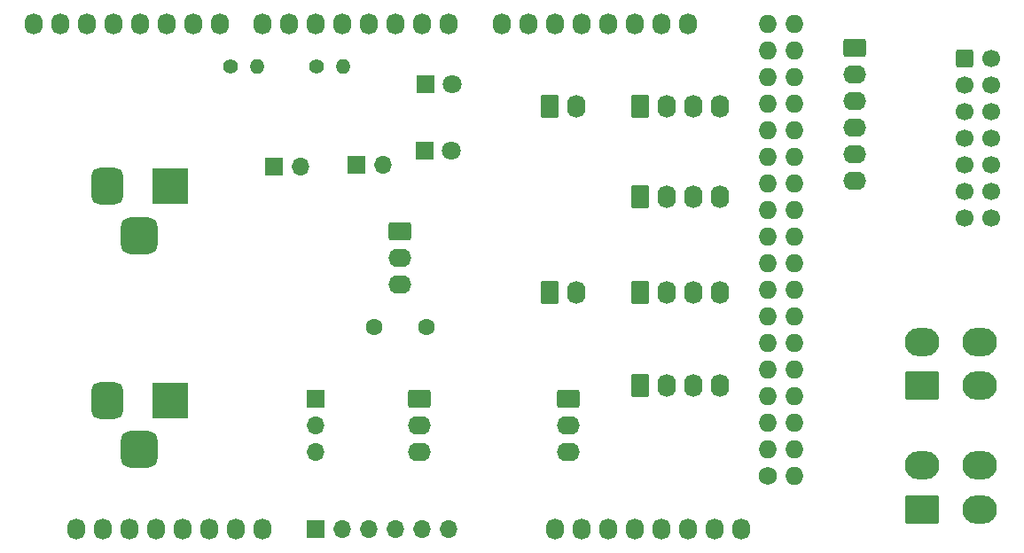
<source format=gbr>
G04 #@! TF.GenerationSoftware,KiCad,Pcbnew,(6.0.7-1)-1*
G04 #@! TF.CreationDate,2022-09-18T08:12:51+10:00*
G04 #@! TF.ProjectId,Standby_BM,5374616e-6462-4795-9f42-4d2e6b696361,rev?*
G04 #@! TF.SameCoordinates,Original*
G04 #@! TF.FileFunction,Soldermask,Bot*
G04 #@! TF.FilePolarity,Negative*
%FSLAX46Y46*%
G04 Gerber Fmt 4.6, Leading zero omitted, Abs format (unit mm)*
G04 Created by KiCad (PCBNEW (6.0.7-1)-1) date 2022-09-18 08:12:51*
%MOMM*%
%LPD*%
G01*
G04 APERTURE LIST*
G04 Aperture macros list*
%AMRoundRect*
0 Rectangle with rounded corners*
0 $1 Rounding radius*
0 $2 $3 $4 $5 $6 $7 $8 $9 X,Y pos of 4 corners*
0 Add a 4 corners polygon primitive as box body*
4,1,4,$2,$3,$4,$5,$6,$7,$8,$9,$2,$3,0*
0 Add four circle primitives for the rounded corners*
1,1,$1+$1,$2,$3*
1,1,$1+$1,$4,$5*
1,1,$1+$1,$6,$7*
1,1,$1+$1,$8,$9*
0 Add four rect primitives between the rounded corners*
20,1,$1+$1,$2,$3,$4,$5,0*
20,1,$1+$1,$4,$5,$6,$7,0*
20,1,$1+$1,$6,$7,$8,$9,0*
20,1,$1+$1,$8,$9,$2,$3,0*%
G04 Aperture macros list end*
%ADD10C,1.727200*%
%ADD11O,1.727200X1.727200*%
%ADD12O,1.727200X2.032000*%
%ADD13R,1.700000X1.700000*%
%ADD14O,1.700000X1.700000*%
%ADD15R,1.800000X1.800000*%
%ADD16C,1.800000*%
%ADD17C,1.400000*%
%ADD18O,1.400000X1.400000*%
%ADD19RoundRect,0.250000X-0.600000X-0.600000X0.600000X-0.600000X0.600000X0.600000X-0.600000X0.600000X0*%
%ADD20C,1.700000*%
%ADD21RoundRect,0.250000X-0.620000X-0.845000X0.620000X-0.845000X0.620000X0.845000X-0.620000X0.845000X0*%
%ADD22O,1.740000X2.190000*%
%ADD23RoundRect,0.250000X-0.845000X0.620000X-0.845000X-0.620000X0.845000X-0.620000X0.845000X0.620000X0*%
%ADD24O,2.190000X1.740000*%
%ADD25R,3.500000X3.500000*%
%ADD26RoundRect,0.750000X-0.750000X-1.000000X0.750000X-1.000000X0.750000X1.000000X-0.750000X1.000000X0*%
%ADD27RoundRect,0.875000X-0.875000X-0.875000X0.875000X-0.875000X0.875000X0.875000X-0.875000X0.875000X0*%
%ADD28RoundRect,0.250001X1.399999X-1.099999X1.399999X1.099999X-1.399999X1.099999X-1.399999X-1.099999X0*%
%ADD29O,3.300000X2.700000*%
%ADD30C,1.600000*%
G04 APERTURE END LIST*
D10*
X197358000Y-114046000D03*
D11*
X199898000Y-114046000D03*
X197358000Y-111506000D03*
X199898000Y-111506000D03*
X197358000Y-108966000D03*
X199898000Y-108966000D03*
X197358000Y-106426000D03*
X199898000Y-106426000D03*
X197358000Y-103886000D03*
X199898000Y-103886000D03*
X197358000Y-101346000D03*
X199898000Y-101346000D03*
X197358000Y-98806000D03*
X199898000Y-98806000D03*
X197358000Y-96266000D03*
X199898000Y-96266000D03*
X197358000Y-93726000D03*
X199898000Y-93726000D03*
X197358000Y-91186000D03*
X199898000Y-91186000D03*
X197358000Y-88646000D03*
X199898000Y-88646000D03*
X197358000Y-86106000D03*
X199898000Y-86106000D03*
X197358000Y-83566000D03*
X199898000Y-83566000D03*
X197358000Y-81026000D03*
X199898000Y-81026000D03*
X197358000Y-78486000D03*
X199898000Y-78486000D03*
X197358000Y-75946000D03*
X199898000Y-75946000D03*
X197358000Y-73406000D03*
X199898000Y-73406000D03*
X197358000Y-70866000D03*
X199898000Y-70866000D03*
D12*
X131318000Y-119126000D03*
X133858000Y-119126000D03*
X136398000Y-119126000D03*
X138938000Y-119126000D03*
X141478000Y-119126000D03*
X144018000Y-119126000D03*
X146558000Y-119126000D03*
X149098000Y-119126000D03*
D13*
X154178000Y-119126000D03*
D14*
X156718000Y-119126000D03*
X159258000Y-119126000D03*
X161798000Y-119126000D03*
X164338000Y-119126000D03*
X166878000Y-119126000D03*
D12*
X177038000Y-119126000D03*
X179578000Y-119126000D03*
X182118000Y-119126000D03*
X184658000Y-119126000D03*
X187198000Y-119126000D03*
X189738000Y-119126000D03*
X192278000Y-119126000D03*
X194818000Y-119126000D03*
X127254000Y-70866000D03*
X129794000Y-70866000D03*
X132334000Y-70866000D03*
X134874000Y-70866000D03*
X137414000Y-70866000D03*
X139954000Y-70866000D03*
X142494000Y-70866000D03*
X145034000Y-70866000D03*
X149098000Y-70866000D03*
X151638000Y-70866000D03*
X154178000Y-70866000D03*
X156718000Y-70866000D03*
X159258000Y-70866000D03*
X161798000Y-70866000D03*
X164338000Y-70866000D03*
X166878000Y-70866000D03*
X171958000Y-70866000D03*
X174498000Y-70866000D03*
X177038000Y-70866000D03*
X179578000Y-70866000D03*
X182118000Y-70866000D03*
X184658000Y-70866000D03*
X187198000Y-70866000D03*
X189738000Y-70866000D03*
D15*
X164719000Y-76581000D03*
D16*
X167259000Y-76581000D03*
D15*
X164592000Y-82931000D03*
D16*
X167132000Y-82931000D03*
D13*
X158115000Y-84328000D03*
D14*
X160655000Y-84328000D03*
D13*
X150241000Y-84455000D03*
D14*
X152781000Y-84455000D03*
D17*
X146050000Y-74930000D03*
D18*
X148590000Y-74930000D03*
D17*
X154305000Y-74930000D03*
D18*
X156845000Y-74930000D03*
D19*
X216163500Y-74168000D03*
D20*
X218703500Y-74168000D03*
X216163500Y-76708000D03*
X218703500Y-76708000D03*
X216163500Y-79248000D03*
X218703500Y-79248000D03*
X216163500Y-81788000D03*
X218703500Y-81788000D03*
X216163500Y-84328000D03*
X218703500Y-84328000D03*
X216163500Y-86868000D03*
X218703500Y-86868000D03*
X216163500Y-89408000D03*
X218703500Y-89408000D03*
D21*
X185166000Y-87376000D03*
D22*
X187706000Y-87376000D03*
X190246000Y-87376000D03*
X192786000Y-87376000D03*
D23*
X178308000Y-106680000D03*
D24*
X178308000Y-109220000D03*
X178308000Y-111760000D03*
D21*
X185166000Y-105410000D03*
D22*
X187706000Y-105410000D03*
X190246000Y-105410000D03*
X192786000Y-105410000D03*
D21*
X185166000Y-78740000D03*
D22*
X187706000Y-78740000D03*
X190246000Y-78740000D03*
X192786000Y-78740000D03*
D25*
X140335000Y-106807000D03*
D26*
X134335000Y-106807000D03*
D27*
X137335000Y-111507000D03*
D28*
X212090000Y-105410000D03*
D29*
X212090000Y-101210000D03*
X217590000Y-105410000D03*
X217590000Y-101210000D03*
D25*
X140335000Y-86360000D03*
D26*
X134335000Y-86360000D03*
D27*
X137335000Y-91060000D03*
D23*
X164084000Y-106680000D03*
D24*
X164084000Y-109220000D03*
X164084000Y-111760000D03*
D30*
X164766000Y-99822000D03*
X159766000Y-99822000D03*
D13*
X154178000Y-106680000D03*
D14*
X154178000Y-109220000D03*
X154178000Y-111760000D03*
D21*
X176530000Y-78740000D03*
D22*
X179070000Y-78740000D03*
D21*
X185166000Y-96520000D03*
D22*
X187706000Y-96520000D03*
X190246000Y-96520000D03*
X192786000Y-96520000D03*
D23*
X162286000Y-90678000D03*
D24*
X162286000Y-93218000D03*
X162286000Y-95758000D03*
D23*
X205720000Y-73152000D03*
D24*
X205720000Y-75692000D03*
X205720000Y-78232000D03*
X205720000Y-80772000D03*
X205720000Y-83312000D03*
X205720000Y-85852000D03*
D21*
X176530000Y-96520000D03*
D22*
X179070000Y-96520000D03*
D28*
X212090000Y-117230000D03*
D29*
X212090000Y-113030000D03*
X217590000Y-117230000D03*
X217590000Y-113030000D03*
M02*

</source>
